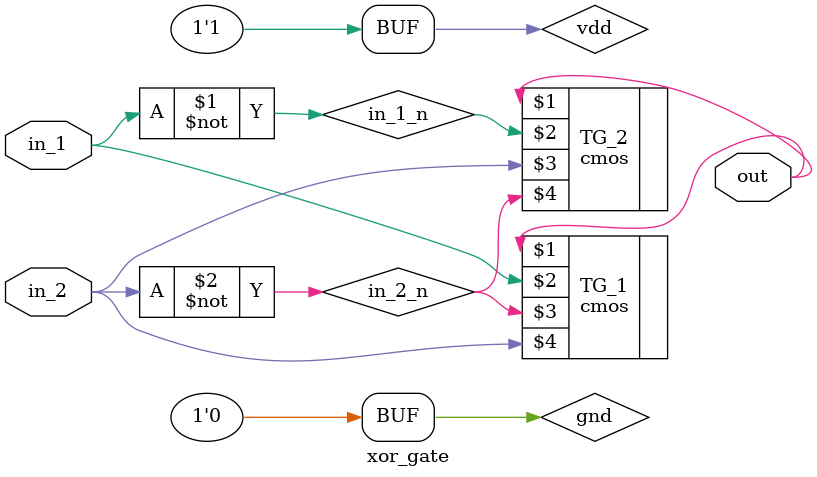
<source format=v>

module xor_gate(
    input in_1,
    input in_2,
    output out
);
    wire in_1_n;
    wire in_2_n;

    supply1 vdd;
    supply0 gnd;
    not n1(in_1_n, in_1);               // Not for obtaining the compliment of in_1 
    not n2(in_2_n, in_2);               // Not for obtaining the compliment of in_2 

    // Argument order: (out, in, n_ctrl, p_ctrl)
    //cmos test(out, in_1, vdd, gnd);
    cmos TG_1(out, in_1, in_2_n, in_2);      // Transmission Gate 1
    cmos TG_2(out, in_1_n, in_2, in_2_n);    // Transmission Gate 2


endmodule
</source>
